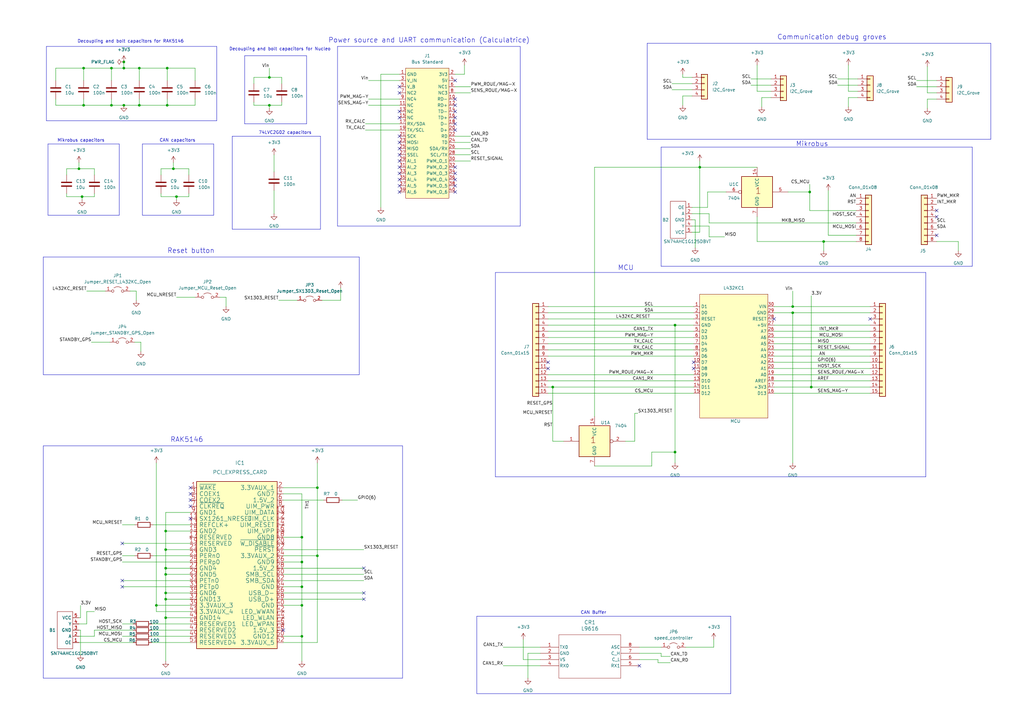
<source format=kicad_sch>
(kicad_sch (version 20230121) (generator eeschema)
  (paper "A3")
  (junction (at 33.655 80.645))
  (junction (at 287.02 68.58))
  (junction (at 226.695 158.75))
  (junction (at 123.825 220.345))
  (junction (at 276.86 185.42))
  (junction (at 325.12 125.73))
  (junction (at 123.825 240.665))
  (junction (at 110.49 31.75))
  (junction (at 67.945 235.585))
  (junction (at 68.58 43.18))
  (junction (at 72.39 80.645))
  (junction (at 34.29 27.94))
  (junction (at 276.86 133.35))
  (junction (at 67.945 253.365))
  (junction (at 32.385 69.215))
  (junction (at 67.945 233.045))
  (junction (at 123.825 248.285))
  (junction (at 57.15 43.18))
  (junction (at 45.72 27.94))
  (junction (at 57.15 27.94))
  (junction (at 337.82 99.06))
  (junction (at 67.945 225.425))
  (junction (at 67.945 243.205))
  (junction (at 45.72 43.18))
  (junction (at 130.175 200.025))
  (junction (at 71.12 69.215))
  (junction (at 67.945 245.745))
  (junction (at 68.58 27.94))
  (junction (at 50.8 25.4))
  (junction (at 50.8 43.18))
  (junction (at 123.825 260.985))
  (junction (at 67.945 217.805))
  (junction (at 130.175 227.965))
  (junction (at 34.29 43.18))
  (junction (at 332.105 78.74))
  (junction (at 50.8 27.94))
  (junction (at 123.825 230.505))
  (junction (at 325.12 128.27))
  (junction (at 64.135 248.285))
  (junction (at 332.74 158.75))
  (junction (at 110.49 43.18))
  (no_connect (at 186.69 71.12))
  (no_connect (at 186.69 53.34))
  (no_connect (at 163.83 68.58))
  (no_connect (at 116.205 258.445))
  (no_connect (at 262.255 273.05))
  (no_connect (at 163.83 38.1))
  (no_connect (at 186.69 78.74))
  (no_connect (at 186.69 76.2))
  (no_connect (at 163.83 35.56))
  (no_connect (at 50.165 240.665))
  (no_connect (at 186.69 68.58))
  (no_connect (at 163.83 73.66))
  (no_connect (at 186.69 45.72))
  (no_connect (at 384.175 96.52))
  (no_connect (at 163.83 63.5))
  (no_connect (at 78.105 205.105))
  (no_connect (at 356.87 130.81))
  (no_connect (at 163.83 48.26))
  (no_connect (at 149.225 233.045))
  (no_connect (at 384.175 88.9))
  (no_connect (at 78.105 202.565))
  (no_connect (at 50.165 238.125))
  (no_connect (at 163.83 58.42))
  (no_connect (at 224.79 148.59))
  (no_connect (at 163.83 66.04))
  (no_connect (at 317.5 130.81))
  (no_connect (at 284.48 151.13))
  (no_connect (at 163.83 71.12))
  (no_connect (at 384.175 86.36))
  (no_connect (at 163.83 45.72))
  (no_connect (at 163.83 76.2))
  (no_connect (at 149.225 245.745))
  (no_connect (at 224.79 151.13))
  (no_connect (at 163.83 55.88))
  (no_connect (at 149.225 243.205))
  (no_connect (at 186.69 48.26))
  (no_connect (at 163.83 60.96))
  (no_connect (at 163.83 78.74))
  (no_connect (at 186.69 43.18))
  (no_connect (at 78.105 207.645))
  (no_connect (at 78.105 212.725))
  (no_connect (at 50.165 222.885))
  (no_connect (at 186.69 33.02))
  (no_connect (at 284.48 148.59))
  (no_connect (at 78.105 200.025))
  (no_connect (at 186.69 73.66))
  (no_connect (at 186.69 40.64))
  (no_connect (at 186.69 50.8))
  (wire (pts (xy 186.69 30.48) (xy 190.5 30.48)))
  (wire (pts (xy 67.945 210.185) (xy 78.105 210.185)))
  (wire (pts (xy 290.83 91.44) (xy 351.155 91.44)))
  (wire (pts (xy 78.105 250.825) (xy 64.135 250.825)))
  (wire (pts (xy 267.335 185.42) (xy 276.86 185.42)))
  (wire (pts (xy 310.515 37.465) (xy 316.23 37.465)))
  (wire (pts (xy 224.79 135.89) (xy 284.48 135.89)))
  (wire (pts (xy 130.175 200.025) (xy 130.175 227.965)))
  (polyline (pts (xy 87.63 88.265) (xy 58.42 88.265)))
  (wire (pts (xy 66.04 80.645) (xy 72.39 80.645)))
  (wire (pts (xy 271.145 269.24) (xy 271.145 267.97)))
  (wire (pts (xy 45.72 40.64) (xy 45.72 43.18)))
  (wire (pts (xy 32.385 260.985) (xy 38.735 260.985)))
  (wire (pts (xy 64.135 189.865) (xy 64.135 248.285)))
  (wire (pts (xy 214.63 270.51) (xy 221.615 270.51)))
  (polyline (pts (xy 19.05 19.05) (xy 19.05 49.53)))
  (wire (pts (xy 297.815 78.74) (xy 290.195 78.74)))
  (polyline (pts (xy 406.4 57.15) (xy 265.43 57.15)))
  (wire (pts (xy 112.395 63.5) (xy 112.395 70.485)))
  (wire (pts (xy 50.165 240.665) (xy 78.105 240.665)))
  (wire (pts (xy 287.02 68.58) (xy 310.515 68.58)))
  (wire (pts (xy 77.47 69.215) (xy 77.47 71.755)))
  (wire (pts (xy 67.945 245.745) (xy 78.105 245.745)))
  (polyline (pts (xy 265.43 17.78) (xy 265.43 57.15)))
  (wire (pts (xy 67.945 245.745) (xy 67.945 243.205)))
  (wire (pts (xy 110.49 43.18) (xy 115.57 43.18)))
  (wire (pts (xy 45.72 27.94) (xy 45.72 33.02)))
  (wire (pts (xy 221.615 267.97) (xy 216.535 267.97)))
  (wire (pts (xy 132.08 123.19) (xy 139.7 123.19)))
  (wire (pts (xy 343.535 34.925) (xy 351.79 34.925)))
  (wire (pts (xy 104.14 43.18) (xy 110.49 43.18)))
  (wire (pts (xy 287.02 68.58) (xy 287.02 66.04)))
  (wire (pts (xy 104.14 34.29) (xy 104.14 31.75)))
  (polyline (pts (xy 299.72 252.73) (xy 299.72 284.48)))
  (wire (pts (xy 35.56 250.825) (xy 38.735 250.825)))
  (wire (pts (xy 50.165 215.265) (xy 55.245 215.265)))
  (wire (pts (xy 116.205 233.045) (xy 149.225 233.045)))
  (wire (pts (xy 317.5 133.35) (xy 356.87 133.35)))
  (wire (pts (xy 50.165 230.505) (xy 78.105 230.505)))
  (polyline (pts (xy 58.42 59.055) (xy 87.63 59.055)))
  (wire (pts (xy 68.58 40.64) (xy 68.58 43.18)))
  (wire (pts (xy 267.335 191.135) (xy 267.335 185.42)))
  (wire (pts (xy 38.735 80.645) (xy 38.735 79.375)))
  (wire (pts (xy 151.13 33.02) (xy 163.83 33.02)))
  (wire (pts (xy 123.825 260.985) (xy 123.825 248.285)))
  (wire (pts (xy 292.735 265.43) (xy 281.305 265.43)))
  (polyline (pts (xy 195.58 252.73) (xy 299.72 252.73)))
  (wire (pts (xy 67.945 243.205) (xy 78.105 243.205)))
  (wire (pts (xy 32.385 258.445) (xy 33.02 258.445)))
  (wire (pts (xy 325.12 125.73) (xy 356.87 125.73)))
  (wire (pts (xy 310.515 37.465) (xy 310.515 26.67)))
  (wire (pts (xy 310.515 99.06) (xy 337.82 99.06)))
  (wire (pts (xy 123.825 260.985) (xy 116.205 260.985)))
  (wire (pts (xy 343.535 32.385) (xy 351.79 32.385)))
  (wire (pts (xy 22.86 40.64) (xy 22.86 43.18)))
  (polyline (pts (xy 379.73 111.76) (xy 379.73 195.58)))
  (wire (pts (xy 50.165 222.885) (xy 78.105 222.885)))
  (wire (pts (xy 332.74 158.75) (xy 356.87 158.75)))
  (wire (pts (xy 224.79 146.05) (xy 284.48 146.05)))
  (polyline (pts (xy 138.43 19.05) (xy 213.36 19.05)))
  (wire (pts (xy 190.5 30.48) (xy 190.5 26.67)))
  (wire (pts (xy 35.56 119.38) (xy 43.18 119.38)))
  (wire (pts (xy 50.165 227.965) (xy 55.245 227.965)))
  (wire (pts (xy 27.305 80.645) (xy 33.655 80.645)))
  (wire (pts (xy 317.5 135.89) (xy 356.87 135.89)))
  (wire (pts (xy 67.945 217.805) (xy 67.945 210.185)))
  (polyline (pts (xy 203.2 111.76) (xy 203.2 195.58)))
  (wire (pts (xy 384.175 99.06) (xy 393.065 99.06)))
  (wire (pts (xy 50.165 260.985) (xy 54.61 260.985)))
  (wire (pts (xy 38.735 69.215) (xy 38.735 71.755)))
  (wire (pts (xy 38.735 260.985) (xy 38.735 258.445)))
  (wire (pts (xy 130.175 263.525) (xy 116.205 263.525)))
  (wire (pts (xy 317.5 140.97) (xy 356.87 140.97)))
  (wire (pts (xy 57.785 144.145) (xy 57.785 140.335)))
  (wire (pts (xy 57.785 140.335) (xy 55.245 140.335)))
  (wire (pts (xy 67.945 233.045) (xy 67.945 225.425)))
  (wire (pts (xy 224.79 158.75) (xy 226.695 158.75)))
  (wire (pts (xy 325.12 128.27) (xy 317.5 128.27)))
  (wire (pts (xy 206.375 273.05) (xy 221.615 273.05)))
  (wire (pts (xy 67.945 225.425) (xy 78.105 225.425)))
  (wire (pts (xy 67.945 235.585) (xy 67.945 233.045)))
  (wire (pts (xy 283.845 85.09) (xy 290.195 85.09)))
  (polyline (pts (xy 213.36 19.05) (xy 213.36 92.71)))
  (polyline (pts (xy 48.895 88.265) (xy 19.685 88.265)))
  (wire (pts (xy 27.305 69.215) (xy 32.385 69.215)))
  (wire (pts (xy 224.79 130.81) (xy 284.48 130.81)))
  (polyline (pts (xy 299.72 284.48) (xy 195.58 284.48)))
  (polyline (pts (xy 165.1 278.13) (xy 17.78 278.13)))
  (wire (pts (xy 243.84 68.58) (xy 287.02 68.58)))
  (wire (pts (xy 317.5 153.67) (xy 356.87 153.67)))
  (wire (pts (xy 384.175 38.1) (xy 380.365 38.1)))
  (wire (pts (xy 37.465 140.335) (xy 45.085 140.335)))
  (wire (pts (xy 290.83 92.71) (xy 283.845 92.71)))
  (wire (pts (xy 55.88 123.19) (xy 55.88 119.38)))
  (wire (pts (xy 224.79 138.43) (xy 284.48 138.43)))
  (wire (pts (xy 115.57 43.18) (xy 115.57 41.91)))
  (wire (pts (xy 151.13 40.64) (xy 163.83 40.64)))
  (wire (pts (xy 317.5 158.75) (xy 332.74 158.75)))
  (wire (pts (xy 307.975 32.385) (xy 316.23 32.385)))
  (polyline (pts (xy 88.9 49.53) (xy 19.05 49.53)))
  (wire (pts (xy 110.49 31.75) (xy 115.57 31.75)))
  (wire (pts (xy 62.23 260.985) (xy 78.105 260.985)))
  (wire (pts (xy 243.84 191.135) (xy 267.335 191.135)))
  (wire (pts (xy 337.82 99.06) (xy 337.82 102.87)))
  (wire (pts (xy 57.15 27.94) (xy 68.58 27.94)))
  (wire (pts (xy 316.23 40.005) (xy 312.42 40.005)))
  (wire (pts (xy 151.13 43.18) (xy 163.83 43.18)))
  (wire (pts (xy 317.5 148.59) (xy 356.87 148.59)))
  (wire (pts (xy 274.955 269.24) (xy 271.145 269.24)))
  (polyline (pts (xy 17.78 105.41) (xy 17.78 153.67)))
  (wire (pts (xy 216.535 267.97) (xy 216.535 278.13)))
  (wire (pts (xy 261.62 169.545) (xy 260.35 169.545)))
  (wire (pts (xy 139.7 118.11) (xy 139.7 123.19)))
  (wire (pts (xy 284.48 133.35) (xy 276.86 133.35)))
  (wire (pts (xy 256.54 180.975) (xy 260.35 180.975)))
  (wire (pts (xy 57.15 40.64) (xy 57.15 43.18)))
  (wire (pts (xy 67.945 217.805) (xy 78.105 217.805)))
  (wire (pts (xy 283.845 31.75) (xy 280.035 31.75)))
  (wire (pts (xy 33.02 258.445) (xy 33.02 268.605)))
  (wire (pts (xy 72.39 80.645) (xy 72.39 81.915)))
  (wire (pts (xy 66.04 69.215) (xy 71.12 69.215)))
  (wire (pts (xy 317.5 161.29) (xy 356.87 161.29)))
  (wire (pts (xy 114.3 123.19) (xy 121.92 123.19)))
  (wire (pts (xy 71.12 66.675) (xy 71.12 69.215)))
  (wire (pts (xy 116.205 245.745) (xy 149.225 245.745)))
  (polyline (pts (xy 213.36 92.71) (xy 138.43 92.71)))
  (wire (pts (xy 186.69 60.96) (xy 193.04 60.96)))
  (wire (pts (xy 156.21 30.48) (xy 156.21 85.09)))
  (wire (pts (xy 80.01 43.18) (xy 80.01 40.64)))
  (polyline (pts (xy 131.445 93.98) (xy 95.25 93.98)))
  (wire (pts (xy 312.42 40.005) (xy 312.42 43.815)))
  (wire (pts (xy 339.725 96.52) (xy 351.155 96.52)))
  (wire (pts (xy 32.385 263.525) (xy 54.61 263.525)))
  (wire (pts (xy 34.29 40.64) (xy 34.29 43.18)))
  (wire (pts (xy 123.825 230.505) (xy 123.825 220.345)))
  (wire (pts (xy 283.845 95.25) (xy 287.02 95.25)))
  (wire (pts (xy 325.12 119.38) (xy 325.12 125.73)))
  (wire (pts (xy 123.825 240.665) (xy 116.205 240.665)))
  (wire (pts (xy 260.35 169.545) (xy 260.35 180.975)))
  (wire (pts (xy 290.83 87.63) (xy 283.845 87.63)))
  (wire (pts (xy 130.175 227.965) (xy 130.175 263.525)))
  (wire (pts (xy 276.86 185.42) (xy 276.86 189.865)))
  (wire (pts (xy 351.79 40.005) (xy 347.98 40.005)))
  (wire (pts (xy 116.205 205.105) (xy 132.715 205.105)))
  (wire (pts (xy 68.58 43.18) (xy 80.01 43.18)))
  (wire (pts (xy 224.79 125.73) (xy 284.48 125.73)))
  (wire (pts (xy 290.83 97.155) (xy 297.18 97.155)))
  (wire (pts (xy 347.98 37.465) (xy 347.98 26.67)))
  (polyline (pts (xy 398.78 109.22) (xy 271.145 109.22)))
  (wire (pts (xy 68.58 27.94) (xy 68.58 33.02)))
  (polyline (pts (xy 131.445 55.88) (xy 131.445 93.98)))
  (wire (pts (xy 22.86 27.94) (xy 22.86 33.02)))
  (wire (pts (xy 50.8 27.94) (xy 45.72 27.94)))
  (wire (pts (xy 123.825 240.665) (xy 123.825 230.505)))
  (wire (pts (xy 45.72 27.94) (xy 34.29 27.94)))
  (wire (pts (xy 72.39 121.92) (xy 80.01 121.92)))
  (wire (pts (xy 32.385 69.215) (xy 38.735 69.215)))
  (wire (pts (xy 92.71 121.92) (xy 90.17 121.92)))
  (polyline (pts (xy 100.33 22.86) (xy 125.73 22.86)))
  (wire (pts (xy 140.335 205.105) (xy 146.685 205.105)))
  (wire (pts (xy 193.04 38.1) (xy 186.69 38.1)))
  (wire (pts (xy 380.365 40.64) (xy 380.365 44.45)))
  (wire (pts (xy 66.04 79.375) (xy 66.04 80.645)))
  (polyline (pts (xy 138.43 19.05) (xy 138.43 92.71)))
  (wire (pts (xy 104.14 31.75) (xy 110.49 31.75)))
  (wire (pts (xy 323.215 78.74) (xy 332.105 78.74)))
  (wire (pts (xy 33.655 80.645) (xy 33.655 81.915)))
  (polyline (pts (xy 87.63 59.055) (xy 87.63 88.265)))
  (wire (pts (xy 280.035 39.37) (xy 280.035 43.18)))
  (wire (pts (xy 226.695 158.75) (xy 284.48 158.75)))
  (wire (pts (xy 22.86 43.18) (xy 34.29 43.18)))
  (polyline (pts (xy 88.9 19.05) (xy 88.9 49.53)))
  (wire (pts (xy 50.8 27.94) (xy 57.15 27.94)))
  (wire (pts (xy 380.365 38.1) (xy 380.365 27.305)))
  (polyline (pts (xy 379.73 195.58) (xy 203.2 195.58)))
  (wire (pts (xy 317.5 156.21) (xy 356.87 156.21)))
  (wire (pts (xy 38.735 258.445) (xy 54.61 258.445)))
  (wire (pts (xy 186.69 63.5) (xy 193.04 63.5)))
  (polyline (pts (xy 398.78 60.325) (xy 398.78 109.22)))
  (wire (pts (xy 275.59 34.29) (xy 283.845 34.29)))
  (wire (pts (xy 123.825 248.285) (xy 116.205 248.285)))
  (wire (pts (xy 351.155 99.06) (xy 337.82 99.06)))
  (wire (pts (xy 67.945 233.045) (xy 78.105 233.045)))
  (polyline (pts (xy 265.43 17.78) (xy 406.4 17.78)))
  (wire (pts (xy 130.175 200.025) (xy 116.205 200.025)))
  (wire (pts (xy 67.945 253.365) (xy 78.105 253.365)))
  (wire (pts (xy 110.49 43.18) (xy 110.49 44.45)))
  (wire (pts (xy 332.74 121.285) (xy 332.74 158.75)))
  (wire (pts (xy 317.5 125.73) (xy 325.12 125.73)))
  (wire (pts (xy 283.845 90.17) (xy 285.115 90.17)))
  (wire (pts (xy 275.59 36.83) (xy 283.845 36.83)))
  (wire (pts (xy 34.29 27.94) (xy 34.29 33.02)))
  (wire (pts (xy 214.63 262.255) (xy 214.63 270.51)))
  (wire (pts (xy 224.79 143.51) (xy 284.48 143.51)))
  (wire (pts (xy 57.15 43.18) (xy 68.58 43.18)))
  (wire (pts (xy 50.165 255.905) (xy 54.61 255.905)))
  (wire (pts (xy 116.205 238.125) (xy 149.225 238.125)))
  (wire (pts (xy 224.79 133.35) (xy 276.86 133.35)))
  (wire (pts (xy 67.945 271.145) (xy 67.945 253.365)))
  (wire (pts (xy 262.255 265.43) (xy 271.145 265.43)))
  (wire (pts (xy 269.875 270.51) (xy 262.255 270.51)))
  (wire (pts (xy 32.385 255.905) (xy 35.56 255.905)))
  (wire (pts (xy 393.065 99.06) (xy 393.065 102.87)))
  (wire (pts (xy 149.86 50.8) (xy 163.83 50.8)))
  (wire (pts (xy 307.975 34.925) (xy 316.23 34.925)))
  (polyline (pts (xy 95.25 55.88) (xy 131.445 55.88)))
  (wire (pts (xy 123.825 220.345) (xy 116.205 220.345)))
  (wire (pts (xy 224.79 140.97) (xy 284.48 140.97)))
  (wire (pts (xy 317.5 151.13) (xy 356.87 151.13)))
  (wire (pts (xy 34.29 43.18) (xy 45.72 43.18)))
  (wire (pts (xy 226.695 180.975) (xy 231.14 180.975)))
  (wire (pts (xy 123.825 202.565) (xy 116.205 202.565)))
  (polyline (pts (xy 271.145 60.325) (xy 271.145 109.22)))
  (wire (pts (xy 325.12 128.27) (xy 356.87 128.27)))
  (wire (pts (xy 55.88 119.38) (xy 53.34 119.38)))
  (wire (pts (xy 62.23 263.525) (xy 78.105 263.525)))
  (polyline (pts (xy 147.32 105.41) (xy 147.32 153.67)))
  (wire (pts (xy 123.825 220.345) (xy 123.825 202.565)))
  (wire (pts (xy 276.86 133.35) (xy 276.86 185.42)))
  (wire (pts (xy 130.175 227.965) (xy 116.205 227.965)))
  (wire (pts (xy 290.83 91.44) (xy 290.83 87.63)))
  (wire (pts (xy 50.8 43.18) (xy 57.15 43.18)))
  (wire (pts (xy 67.945 243.205) (xy 67.945 235.585)))
  (wire (pts (xy 33.02 253.365) (xy 32.385 253.365)))
  (wire (pts (xy 45.72 43.18) (xy 50.8 43.18)))
  (wire (pts (xy 116.205 235.585) (xy 149.225 235.585)))
  (wire (pts (xy 62.865 227.965) (xy 78.105 227.965)))
  (wire (pts (xy 64.135 248.285) (xy 78.105 248.285)))
  (wire (pts (xy 32.385 66.675) (xy 32.385 69.215)))
  (polyline (pts (xy 195.58 252.73) (xy 195.58 284.48)))
  (wire (pts (xy 80.01 27.94) (xy 80.01 33.02)))
  (wire (pts (xy 224.79 153.67) (xy 284.48 153.67)))
  (polyline (pts (xy 19.685 59.055) (xy 48.895 59.055)))
  (wire (pts (xy 274.955 271.78) (xy 269.875 271.78)))
  (wire (pts (xy 62.23 258.445) (xy 78.105 258.445)))
  (wire (pts (xy 33.655 80.645) (xy 38.735 80.645)))
  (wire (pts (xy 290.83 97.155) (xy 290.83 92.71)))
  (wire (pts (xy 104.14 41.91) (xy 104.14 43.18)))
  (wire (pts (xy 317.5 138.43) (xy 356.87 138.43)))
  (wire (pts (xy 110.49 27.94) (xy 110.49 31.75)))
  (wire (pts (xy 123.825 248.285) (xy 123.825 240.665)))
  (wire (pts (xy 243.84 170.815) (xy 243.84 68.58)))
  (wire (pts (xy 186.69 55.88) (xy 193.04 55.88)))
  (polyline (pts (xy 95.25 55.88) (xy 95.25 93.98)))
  (wire (pts (xy 193.04 35.56) (xy 186.69 35.56)))
  (wire (pts (xy 224.79 156.21) (xy 284.48 156.21)))
  (wire (pts (xy 33.02 248.285) (xy 33.02 253.365)))
  (polyline (pts (xy 58.42 59.055) (xy 58.42 88.265)))
  (wire (pts (xy 57.15 27.94) (xy 57.15 33.02)))
  (wire (pts (xy 35.56 255.905) (xy 35.56 250.825)))
  (wire (pts (xy 34.29 27.94) (xy 22.86 27.94)))
  (wire (pts (xy 72.39 80.645) (xy 77.47 80.645)))
  (wire (pts (xy 27.305 71.755) (xy 27.305 69.215)))
  (wire (pts (xy 67.945 253.365) (xy 67.945 245.745)))
  (polyline (pts (xy 203.2 111.76) (xy 379.73 111.76)))
  (wire (pts (xy 283.845 39.37) (xy 280.035 39.37)))
  (wire (pts (xy 375.92 33.02) (xy 384.175 33.02)))
  (wire (pts (xy 123.825 271.145) (xy 123.825 260.985)))
  (wire (pts (xy 280.035 31.75) (xy 280.035 30.48)))
  (polyline (pts (xy 271.145 60.325) (xy 398.78 60.325)))
  (wire (pts (xy 224.79 128.27) (xy 284.48 128.27)))
  (polyline (pts (xy 406.4 17.78) (xy 406.4 57.15)))
  (polyline (pts (xy 17.78 105.41) (xy 147.32 105.41)))
  (wire (pts (xy 92.71 125.73) (xy 92.71 121.92)))
  (wire (pts (xy 62.23 255.905) (xy 78.105 255.905)))
  (wire (pts (xy 71.12 69.215) (xy 77.47 69.215)))
  (wire (pts (xy 285.115 90.17) (xy 285.115 101.6)))
  (polyline (pts (xy 19.685 59.055) (xy 19.685 88.265)))
  (wire (pts (xy 64.135 250.825) (xy 64.135 248.285)))
  (polyline (pts (xy 100.33 22.86) (xy 100.33 50.8)))
  (wire (pts (xy 375.92 35.56) (xy 384.175 35.56)))
  (wire (pts (xy 115.57 31.75) (xy 115.57 34.29)))
  (wire (pts (xy 50.165 238.125) (xy 78.105 238.125)))
  (wire (pts (xy 116.205 243.205) (xy 149.225 243.205)))
  (wire (pts (xy 130.175 189.865) (xy 130.175 200.025)))
  (wire (pts (xy 351.79 37.465) (xy 347.98 37.465)))
  (wire (pts (xy 287.02 95.25) (xy 287.02 68.58)))
  (wire (pts (xy 206.375 265.43) (xy 221.615 265.43)))
  (wire (pts (xy 292.735 262.255) (xy 292.735 265.43)))
  (wire (pts (xy 68.58 27.94) (xy 80.01 27.94)))
  (polyline (pts (xy 48.895 59.055) (xy 48.895 88.265)))
  (wire (pts (xy 226.695 158.75) (xy 226.695 180.975)))
  (wire (pts (xy 317.5 143.51) (xy 356.87 143.51)))
  (wire (pts (xy 271.145 267.97) (xy 262.255 267.97)))
  (wire (pts (xy 384.175 40.64) (xy 380.365 40.64)))
  (polyline (pts (xy 17.78 182.88) (xy 17.78 278.13)))
  (wire (pts (xy 77.47 80.645) (xy 77.47 79.375)))
  (wire (pts (xy 149.86 53.34) (xy 163.83 53.34)))
  (wire (pts (xy 290.195 78.74) (xy 290.195 85.09)))
  (wire (pts (xy 186.69 66.04) (xy 193.04 66.04)))
  (wire (pts (xy 67.945 225.425) (xy 67.945 217.805)))
  (wire (pts (xy 62.865 215.265) (xy 78.105 215.265)))
  (wire (pts (xy 116.205 225.425) (xy 149.225 225.425)))
  (wire (pts (xy 66.04 71.755) (xy 66.04 69.215)))
  (polyline (pts (xy 165.1 182.88) (xy 165.1 278.13)))
  (wire (pts (xy 310.515 88.9) (xy 310.515 99.06)))
  (polyline (pts (xy 19.05 19.05) (xy 88.9 19.05)))
  (polyline (pts (xy 147.32 153.67) (xy 17.78 153.67)))
  (wire (pts (xy 67.945 235.585) (xy 78.105 235.585)))
  (wire (pts (xy 269.875 271.78) (xy 269.875 270.51)))
  (wire (pts (xy 112.395 78.105) (xy 112.395 87.63)))
  (wire (pts (xy 163.83 30.48) (xy 156.21 30.48)))
  (polyline (pts (xy 125.73 22.86) (xy 125.73 50.8)))
  (wire (pts (xy 325.12 128.27) (xy 325.12 189.865)))
  (wire (pts (xy 186.69 58.42) (xy 193.04 58.42)))
  (wire (pts (xy 332.105 86.36) (xy 351.155 86.36)))
  (polyline (pts (xy 17.78 182.88) (xy 165.1 182.88)))
  (polyline (pts (xy 125.73 50.8) (xy 100.33 50.8)))
  (wire (pts (xy 317.5 146.05) (xy 356.87 146.05)))
  (wire (pts (xy 123.825 230.505) (xy 116.205 230.505)))
  (wire (pts (xy 27.305 79.375) (xy 27.305 80.645)))
  (wire (pts (xy 347.98 40.005) (xy 347.98 43.815)))
  (wire (pts (xy 50.8 25.4) (xy 50.8 27.94)))
  (wire (pts (xy 339.725 78.105) (xy 339.725 96.52)))
  (wire (pts (xy 224.79 161.29) (xy 284.48 161.29)))
  (wire (pts (xy 332.105 75.565) (xy 332.105 78.74)))
  (wire (pts (xy 332.105 78.74) (xy 332.105 86.36)))
  (text "74LVC2G02 capacitors" (at 106.045 55.245 0) (effects (font (size 1.27 1.27)) (justify left bottom)))
  (text "Power source and UART communication (Calculatrice)" (at 134.62 17.78 0) (effects (font (size 2 2)) (justify left bottom)))
  (text "Decoupling and bolt capacitors for Nucleo\n" (at 93.98 20.955 0) (effects (font (size 1.27 1.27)) (justify left bottom)))
  (text "RAK5146\n" (at 69.85 181.61 0) (effects (font (size 2 2)) (justify left bottom)))
  (text "Mikrobus capacitors" (at 23.495 58.42 0) (effects (font (size 1.27 1.27)) (justify left bottom)))
  (text "Communication debug groves" (at 318.77 16.51 0) (effects (font (size 2 2)) (justify left bottom)))
  (text "Mikrobus" (at 326.39 60.325 0) (effects (font (size 2 2)) (justify left bottom)))
  (text "MCU" (at 253.365 111.125 0) (effects (font (size 2 2)) (justify left bottom)))
  (text "CAN Buffer\n" (at 238.125 252.095 0) (effects (font (size 1.27 1.27)) (justify left bottom)))
  (text "Decoupling and bolt capacitors for RAK5146" (at 31.75 17.78 0) (effects (font (size 1.27 1.27)) (justify left bottom)))
  (text "CAN capacitors" (at 65.405 58.42 0) (effects (font (size 1.27 1.27)) (justify left bottom)))
  (text "Reset button\n" (at 68.58 104.14 0) (effects (font (size 2 2)) (justify left bottom)))
  (label "TX_CALC" (at 267.97 140.97 180))
  (label "HOST_SCK" (at 335.28 151.13 0))
  (label "STANDBY_GPS" (at 50.165 230.505 180))
  (label "SENS_MAG-Y" (at 335.28 161.29 0))
  (label "SDA" (at 275.59 36.83 180))
  (label "AREF" (at 335.28 156.21 0))
  (label "TX_CALC" (at 149.86 53.34 180))
  (label "RESET_GPS" (at 50.165 227.965 180))
  (label "CAN_TD" (at 193.04 58.42 0))
  (label "CAN1_TX" (at 267.97 135.89 180))
  (label "RST" (at 351.155 83.82 180))
  (label "AN" (at 335.915 146.05 0))
  (label "MCU_NRESET" (at 50.165 215.265 180))
  (label "PWM_ROUE{slash}MAG-X" (at 267.97 153.67 180))
  (label "RESET_GPS" (at 226.695 166.37 180))
  (label "SCL" (at 193.04 63.5 0))
  (label "PWM_MKR" (at 267.97 146.05 180))
  (label "HOST_SCK" (at 351.155 88.9 180))
  (label "CAN1_TX" (at 206.375 265.43 180))
  (label "RESET_SIGNAL" (at 335.28 143.51 0))
  (label "CAN1_RX" (at 267.97 156.21 180))
  (label "MCU_NRESET" (at 72.39 121.92 180))
  (label "RX_CALC" (at 267.97 143.51 180))
  (label "PWM_MAG-Y" (at 267.97 138.43 180))
  (label "CS_MCU" (at 267.97 161.29 180))
  (label "SCL" (at 343.535 32.385 180))
  (label "SX1303_RESET" (at 114.3 123.19 180))
  (label "L432KC_RESET" (at 35.56 119.38 180))
  (label "SCL" (at 384.175 91.44 0))
  (label "RX_CALC" (at 149.86 50.8 180))
  (label "MCU_NRESET" (at 226.695 170.18 180))
  (label "SCL" (at 307.975 32.385 180))
  (label "MCU_MOSI" (at 335.915 138.43 0))
  (label "PWM_ROUE{slash}MAG-X" (at 193.04 35.56 0))
  (label "3.3V" (at 332.74 121.285 0))
  (label "HOST_SCK" (at 50.165 255.905 180))
  (label "CS_MCU" (at 50.165 263.525 180))
  (label "3.3V" (at 33.02 248.285 0))
  (label "MKB_MISO" (at 330.2 91.44 180))
  (label "SX1303_RESET" (at 149.225 225.425 0))
  (label "SENS_MAG-Y" (at 151.13 43.18 180))
  (label "MISO" (at 38.735 250.825 0))
  (label "SDA" (at 267.97 128.27 180))
  (label "SENS_ROUE{slash}MAG-X" (at 335.28 153.67 0))
  (label "SCL" (at 375.92 33.02 180))
  (label "SDA" (at 384.175 93.98 0))
  (label "PWM_MKR" (at 384.175 81.28 0))
  (label "Vin" (at 325.12 119.38 180))
  (label "MISO" (at 335.28 140.97 0))
  (label "Vin" (at 151.13 33.02 180))
  (label "GPIO(6)" (at 335.28 148.59 0))
  (label "SCL" (at 149.225 235.585 0))
  (label "STANDBY_GPS" (at 37.465 140.335 180))
  (label "SDA" (at 343.535 34.925 180))
  (label "SDA" (at 149.225 238.125 0))
  (label "CAN1_RX" (at 206.375 273.05 180))
  (label "CAN_TD" (at 274.955 269.24 0))
  (label "SDA" (at 193.04 60.96 0))
  (label "AN" (at 351.155 81.28 180))
  (label "CAN_RD" (at 274.955 271.78 0))
  (label "MCU_MOSI" (at 50.165 260.985 180))
  (label "SDA" (at 375.92 35.56 180))
  (label "TH1" (at 127 205.105 270))
  (label "INT_MKR" (at 384.175 83.82 0))
  (label "Vin" (at 110.49 27.94 180))
  (label "MCU_MOSI" (at 351.155 93.98 180))
  (label "PWM_MAG-Y" (at 151.13 40.64 180))
  (label "HOST_MISO" (at 50.165 258.445 180))
  (label "L432KC_RESET" (at 266.7 130.81 180))
  (label "SDA" (at 307.975 34.925 180))
  (label "CAN_RD" (at 193.04 55.88 0))
  (label "INT_MKR" (at 335.915 135.89 0))
  (label "RESET_SIGNAL" (at 193.04 66.04 0))
  (label "SCL" (at 267.97 125.73 180))
  (label "GPIO(6)" (at 146.685 205.105 0))
  (label "RST" (at 226.695 175.26 180))
  (label "SCL" (at 275.59 34.29 180))
  (label "MISO" (at 297.18 97.155 0))
  (label "CS_MCU" (at 332.105 75.565 180))
  (label "SX1303_RESET" (at 261.62 169.545 0))
  (label "SENS_ROUE{slash}MAG-X" (at 193.04 38.1 0))
  (symbol (lib_id "Connector_Generic:Conn_01x04") (at 356.87 34.925 0) (unit 1)
    (property "Reference" "J8" (at 359.41 34.925 0) (effects (justify left)))
    (property "Value" "I2C_Grove" (at 359.41 37.465 0) (effects (justify left)))
    (property "Footprint" "Connector:NS-Tech_Grove_1x04_P2mm_Vertical" (effects hide))
  )
  (symbol (lib_id "power:+3.3V") (at 292.735 262.255 0) (unit 1)
    (property "Reference" "#PWR030" (effects hide))
    (property "Value" "+3.3V" (at 292.735 257.175 0))
  )
  (symbol (lib_id "power:GND") (at 285.115 101.6 0) (unit 1)
    (property "Reference" "#PWR023" (effects hide))
    (property "Value" "GND" (at 285.115 106.68 0))
  )
  (symbol (lib_id "power:+3.3V") (at 287.02 66.04 0) (unit 1)
    (property "Reference" "#PWR014" (effects hide))
    (property "Value" "+3.3V" (at 281.94 62.865 0))
  )
  (symbol (lib_id "SN74AHC1:SN74AHC1") (at 274.955 82.55 0) (unit 1)
    (property "Reference" "B2" (at 274.32 90.17 0) (effects (justify right)))
    (property "Value" "SN74AHC1G125DBVT" (at 281.94 99.06 0))
    (property "Footprint" "Package_SO:TSOP-5_1.65x3.05mm_P0.95mm" (effects hide))
  )
  (symbol (lib_id "Device:C") (at 115.57 38.1 0) (unit 1)
    (property "Reference" "C8" (at 119.38 36.83 0) (effects (justify left)))
    (property "Value" "100n" (at 119.38 39.37 0) (effects (justify left)))
    (property "Footprint" "Capacitor_SMD:C_0805_2012Metric" (effects hide))
  )
  (symbol (lib_id "power:GND") (at 280.035 43.18 0) (unit 1)
    (property "Reference" "#PWR019" (effects hide))
    (property "Value" "GND" (at 280.035 48.26 0))
  )
  (symbol (lib_id "Device:C") (at 22.86 36.83 0) (unit 1)
    (property "Reference" "C1" (at 26.67 35.5599 0) (effects (justify left)))
    (property "Value" "10u" (at 26.67 38.0999 0) (effects (justify left)))
    (property "Footprint" "Capacitor_SMD:C_0805_2012Metric" (effects hide))
  )
  (symbol (lib_id "power:+3.3V") (at 71.12 66.675 0) (unit 1)
    (property "Reference" "#PWR027" (effects hide))
    (property "Value" "+3.3V" (at 71.12 61.595 0))
  )
  (symbol (lib_id "power:+3.3V") (at 139.7 118.11 0) (unit 1)
    (property "Reference" "#PWR03" (effects hide))
    (property "Value" "+3.3V" (effects hide))
  )
  (symbol (lib_id "Device:C") (at 68.58 36.83 0) (unit 1)
    (property "Reference" "C5" (at 72.39 35.56 0) (effects (justify left)))
    (property "Value" "100n" (at 72.39 38.1 0) (effects (justify left)))
    (property "Footprint" "Capacitor_SMD:C_0805_2012Metric" (effects hide))
  )
  (symbol (lib_id "power:GND") (at 347.98 43.815 0) (unit 1)
    (property "Reference" "#PWR036" (effects hide))
    (property "Value" "GND" (at 347.98 48.895 0))
  )
  (symbol (lib_id "Device:R") (at 58.42 263.525 90) (unit 1)
    (property "Reference" "R6" (at 54.2635 262.6055 90))
    (property "Value" "100" (at 63.4825 262.6756 90))
    (property "Footprint" "Resistor_SMD:R_0805_2012Metric" (effects hide))
  )
  (symbol (lib_id "power:+3.3V") (at 64.135 189.865 0) (unit 1)
    (property "Reference" "#PWR05" (effects hide))
    (property "Value" "+3.3V" (at 64.135 184.785 0))
  )
  (symbol (lib_id "power:+3.3V") (at 50.8 25.4 0) (unit 1)
    (property "Reference" "#PWR01" (effects hide))
    (property "Value" "+3.3V" (at 50.8 20.32 0))
  )
  (symbol (lib_id "Device:C") (at 66.04 75.565 0) (unit 1)
    (property "Reference" "C9" (at 69.85 74.2949 0) (effects (justify left)))
    (property "Value" "10u" (at 69.85 76.8349 0) (effects (justify left)))
    (property "Footprint" "Capacitor_SMD:C_0805_2012Metric" (effects hide))
  )
  (symbol (lib_id "power:GND") (at 92.71 125.73 0) (unit 1)
    (property "Reference" "#PWR015" (effects hide))
    (property "Value" "GND" (at 92.71 130.81 0))
  )
  (symbol (lib_id "power:GND") (at 312.42 43.815 0) (unit 1)
    (property "Reference" "#PWR021" (effects hide))
    (property "Value" "GND" (at 312.42 48.895 0))
  )
  (symbol (lib_id "Device:R") (at 59.055 227.965 90) (unit 1)
    (property "Reference" "R2" (at 56.515 225.425 90))
    (property "Value" "0" (at 60.325 225.425 90))
    (property "Footprint" "Resistor_SMD:R_0805_2012Metric" (effects hide))
  )
  (symbol (lib_id "Device:R") (at 59.055 215.265 90) (unit 1)
    (property "Reference" "R1" (at 56.515 212.725 90))
    (property "Value" "0" (at 60.325 212.725 90))
    (property "Footprint" "Resistor_SMD:R_0805_2012Metric" (effects hide))
  )
  (symbol (lib_id "SN74AHC1:SN74AHC1") (at 23.495 266.065 0) (mirror x) (unit 1)
    (property "Reference" "B1" (at 22.86 258.445 0) (effects (justify right)))
    (property "Value" "SN74AHC1G125DBVT" (at 30.48 267.97 0))
    (property "Footprint" "Package_SO:TSOP-5_1.65x3.05mm_P0.95mm" (effects hide))
  )
  (symbol (lib_id "power:+3.3V") (at 280.035 30.48 0) (unit 1)
    (property "Reference" "#PWR018" (effects hide))
    (property "Value" "+3.3V" (at 280.035 25.4 0))
  )
  (symbol (lib_id "power:GND") (at 123.825 271.145 0) (unit 1)
    (property "Reference" "#PWR07" (effects hide))
    (property "Value" "GND" (at 123.825 276.225 0))
  )
  (symbol (lib_id "Device:C") (at 77.47 75.565 0) (unit 1)
    (property "Reference" "C10" (at 81.28 74.2949 0) (effects (justify left)))
    (property "Value" "100n" (at 81.28 76.8349 0) (effects (justify left)))
    (property "Footprint" "Capacitor_SMD:C_0805_2012Metric" (effects hide))
  )
  (symbol (lib_name "GND_1") (lib_id "power:GND") (at 325.12 189.865 0) (unit 1)
    (property "Reference" "#PWR024" (effects hide))
    (property "Value" "GND" (at 325.12 194.945 0))
  )
  (symbol (lib_id "Device:C") (at 104.14 38.1 0) (unit 1)
    (property "Reference" "C7" (at 107.95 36.83 0) (effects (justify left)))
    (property "Value" "10u" (at 107.95 39.37 0) (effects (justify left)))
    (property "Footprint" "Capacitor_SMD:C_0805_2012Metric" (effects hide))
  )
  (symbol (lib_id "power:+3.3V") (at 32.385 66.675 0) (unit 1)
    (property "Reference" "#PWR040" (effects hide))
    (property "Value" "+3.3V" (at 32.385 61.595 0))
  )
  (symbol (lib_id "power:GND") (at 72.39 81.915 0) (unit 1)
    (property "Reference" "#PWR026" (effects hide))
    (property "Value" "GND" (at 72.39 86.995 0))
  )
  (symbol (lib_id "power:+3.3V") (at 190.5 26.67 0) (unit 1)
    (property "Reference" "#PWR010" (effects hide))
    (property "Value" "+3.3V" (at 190.5 21.59 0))
  )
  (symbol (lib_id "power:+3.3V") (at 380.365 27.305 0) (unit 1)
    (property "Reference" "#PWR037" (effects hide))
    (property "Value" "+3.3V" (at 380.365 22.225 0))
  )
  (symbol (lib_id "power:GND") (at 216.535 278.13 0) (unit 1)
    (property "Reference" "#PWR029" (effects hide))
    (property "Value" "GND" (at 216.535 283.21 0))
  )
  (symbol (lib_id "Device:C") (at 57.15 36.83 0) (unit 1)
    (property "Reference" "C4" (at 60.96 35.56 0) (effects (justify left)))
    (property "Value" "100n" (at 60.96 38.1 0) (effects (justify left)))
    (property "Footprint" "Capacitor_SMD:C_0805_2012Metric" (effects hide))
  )
  (symbol (lib_id "power:+3.3V") (at 347.98 26.67 0) (unit 1)
    (property "Reference" "#PWR035" (effects hide))
    (property "Value" "+3.3V" (at 347.98 21.59 0))
  )
  (symbol (lib_id "power:GND") (at 57.785 144.145 0) (unit 1)
    (property "Reference" "#PWR013" (effects hide))
    (property "Value" "GND" (at 57.785 149.225 0))
  )
  (symbol (lib_id "Connector_Generic:Conn_01x04") (at 321.31 34.925 0) (unit 1)
    (property "Reference" "J3" (at 323.85 34.925 0) (effects (justify left)))
    (property "Value" "I2C_Grove" (at 323.85 37.465 0) (effects (justify left)))
    (property "Footprint" "Connector:NS-Tech_Grove_1x04_P2mm_Vertical" (effects hide))
  )
  (symbol (lib_id "power:+3.3V") (at 310.515 26.67 0) (unit 1)
    (property "Reference" "#PWR020" (effects hide))
    (property "Value" "+3.3V" (at 310.515 21.59 0))
  )
  (symbol (lib_id "Corecell_Intercon_Board:Flatsat_conn") (at 166.37 30.48 0) (unit 1)
    (property "Reference" "J1" (at 175.26 22.86 0))
    (property "Value" "Bus Standard" (at 175.26 25.4 0))
    (property "Footprint" "flatsat_conn:flatsat_conn" (effects hide))
  )
  (symbol (lib_name "GND_1") (lib_id "power:GND") (at 276.86 189.865 0) (unit 1)
    (property "Reference" "#PWR012" (effects hide))
    (property "Value" "GND" (at 276.86 194.945 0))
  )
  (symbol (lib_id "SX_Loracell:PCI_EXPRESS_CARD") (at 80.645 197.485 0) (unit 1)
    (property "Reference" "IC1" (at 98.425 189.865 0) (effects (font (size 1.524 1.524))))
    (property "Value" "PCI_EXPRESS_CARD" (at 98.425 193.675 0) (effects (font (size 1.524 1.524))))
    (property "Footprint" "Connector_PCBEdge:BUS_PCI_Express_Mini" (effects hide))
  )
  (symbol (lib_id "power:PWR_FLAG") (at 50.8 25.4 90) (unit 1)
    (property "Reference" "#FLG01" (effects hide))
    (property "Value" "PWR_FLAG" (at 46.99 25.3999 90) (effects (justify left)))
  )
  (symbol (lib_id "Device:C") (at 27.305 75.565 0) (unit 1)
    (property "Reference" "C13" (at 31.115 74.2949 0) (effects (justify left)))
    (property "Value" "10u" (at 31.115 76.8349 0) (effects (justify left)))
    (property "Footprint" "Capacitor_SMD:C_0805_2012Metric" (effects hide))
  )
  (symbol (lib_id "Connector_Generic:Conn_01x15") (at 361.95 143.51 0) (unit 1)
    (property "Reference" "J6" (at 364.49 142.24 0) (effects (justify left)))
    (property "Value" "Conn_01x15" (at 364.49 144.78 0) (effects (justify left)))
    (property "Footprint" "Connector_PinSocket_2.54mm:PinSocket_1x15_P2.54mm_Vertical" (effects hide))
  )
  (symbol (lib_id "power:+3.3V") (at 339.725 78.105 0) (unit 1)
    (property "Reference" "#PWR016" (effects hide))
    (property "Value" "+3.3V" (at 339.725 73.025 0))
  )
  (symbol (lib_id "Device:C") (at 38.735 75.565 0) (unit 1)
    (property "Reference" "C14" (at 42.545 74.2949 0) (effects (justify left)))
    (property "Value" "100n" (at 42.545 76.8349 0) (effects (justify left)))
    (property "Footprint" "Capacitor_SMD:C_0805_2012Metric" (effects hide))
  )
  (symbol (lib_id "power:GND") (at 337.82 102.87 0) (unit 1)
    (property "Reference" "#PWR017" (effects hide))
    (property "Value" "GND" (at 337.82 107.95 0))
  )
  (symbol (lib_id "Device:C") (at 45.72 36.83 0) (unit 1)
    (property "Reference" "C3" (at 49.53 35.5599 0) (effects (justify left)))
    (property "Value" "100n" (at 49.53 38.0999 0) (effects (justify left)))
    (property "Footprint" "Capacitor_SMD:C_0805_2012Metric" (effects hide))
  )
  (symbol (lib_id "Connector_Generic:Conn_01x08") (at 356.235 88.9 0) (unit 1)
    (property "Reference" "J4" (at 354.965 102.235 0) (effects (justify left)))
    (property "Value" "Conn_01x08" (at 347.98 76.835 0) (effects (justify left)))
    (property "Footprint" "Conn_mikro:MIkrobus_Connector" (effects hide))
  )
  (symbol (lib_id "Device:R") (at 58.42 260.985 90) (unit 1)
    (property "Reference" "R5" (at 54.2885 260.0862 90))
    (property "Value" "100" (at 63.3423 260.0115 90))
    (property "Footprint" "Resistor_SMD:R_0805_2012Metric" (effects hide))
  )
  (symbol (lib_id "Connector_Generic:Conn_01x04") (at 389.255 35.56 0) (unit 1)
    (property "Reference" "J9" (at 392.43 35.56 0) (effects (justify left)))
    (property "Value" "I2C_Grove" (at 392.43 38.1 0) (effects (justify left)))
    (property "Footprint" "Connector:NS-Tech_Grove_1x04_P2mm_Vertical" (effects hide))
  )
  (symbol (lib_id "Device:R") (at 58.42 258.445 90) (unit 1)
    (property "Reference" "R4" (at 54.3336 257.5928 90))
    (property "Value" "100" (at 63.2722 257.5928 90))
    (property "Footprint" "Resistor_SMD:R_0805_2012Metric" (effects hide))
  )
  (symbol (lib_id "Jumper:Jumper_2_Open") (at 48.26 119.38 0) (unit 1)
    (property "Reference" "JP1" (at 48.26 113.03 0))
    (property "Value" "Jumper_RESET_L432KC_Open" (at 48.26 115.57 0))
    (property "Footprint" "Button_Switch_SMD:SW_Push_1P1T_NO_CK_KMR2" (effects hide))
  )
  (symbol (lib_id "Device:C") (at 34.29 36.83 0) (unit 1)
    (property "Reference" "C2" (at 38.1 35.5599 0) (effects (justify left)))
    (property "Value" "100n" (at 38.1 38.0999 0) (effects (justify left)))
    (property "Footprint" "Capacitor_SMD:C_0805_2012Metric" (effects hide))
  )
  (symbol (lib_id "74xx_IEEE:7404") (at 243.84 180.975 0) (unit 1)
    (property "Reference" "U1" (at 248.285 173.355 0))
    (property "Value" "7404" (at 254.635 174.625 0))
    (property "Footprint" "ul_SN74HC04N:N14" (effects hide))
  )
  (symbol (lib_id "power:GND") (at 156.21 85.09 0) (unit 1)
    (property "Reference" "#PWR011" (effects hide))
    (property "Value" "GND" (at 156.21 90.17 0))
  )
  (symbol (lib_id "2023-06-06_07-55-18:L9616") (at 221.615 265.43 0) (unit 1)
    (property "Reference" "CR1" (at 241.935 255.27 0) (effects (font (size 1.524 1.524))))
    (property "Value" "L9616" (at 241.935 257.81 0) (effects (font (size 1.524 1.524))))
    (property "Footprint" "footprints:SO-8_STM" (effects hide))
    (property "Datasheet" "L9616" (effects hide))
  )
  (symbol (lib_id "Device:R") (at 58.42 255.905 90) (unit 1)
    (property "Reference" "R3" (at 54.5088 254.8937 90))
    (property "Value" "100" (at 63.2021 255.034 90))
    (property "Footprint" "Resistor_SMD:R_0805_2012Metric" (effects hide))
  )
  (symbol (lib_id "power:GND") (at 112.395 87.63 0) (unit 1)
    (property "Reference" "#PWR034" (effects hide))
    (property "Value" "GND" (at 112.395 92.71 0))
  )
  (symbol (lib_id "power:+3.3V") (at 130.175 189.865 0) (unit 1)
    (property "Reference" "#PWR08" (effects hide))
    (property "Value" "+3.3V" (at 130.175 184.785 0))
  )
  (symbol (lib_id "Connector_Generic:Conn_01x08") (at 379.095 88.9 0) (mirror y) (unit 1)
    (property "Reference" "J5" (at 379.73 102.87 0) (effects (justify left)))
    (property "Value" "Conn_01x08" (at 384.81 76.835 0) (effects (justify left)))
    (property "Footprint" "Conn_mikro:MIkrobus_Connector" (effects hide))
  )
  (symbol (lib_id "power:+3.3V") (at 112.395 63.5 0) (unit 1)
    (property "Reference" "#PWR033" (effects hide))
    (property "Value" "+3.3V" (at 112.395 58.42 0))
  )
  (symbol (lib_id "Jumper:Jumper_2_Open") (at 50.165 140.335 0) (unit 1)
    (property "Reference" "JP4" (at 50.165 133.985 0))
    (property "Value" "Jumper_STANDBY_GPS_Open" (at 50.165 136.525 0))
    (property "Footprint" "Connector_PinHeader_1.27mm:PinHeader_1x02_P1.27mm_Vertical" (effects hide))
  )
  (symbol (lib_id "power:+3.3V") (at 214.63 262.255 0) (unit 1)
    (property "Reference" "#PWR028" (effects hide))
    (property "Value" "+3.3V" (at 214.63 257.175 0))
  )
  (symbol (lib_id "Device:C") (at 80.01 36.83 0) (unit 1)
    (property "Reference" "C6" (at 83.82 35.56 0) (effects (justify left)))
    (property "Value" "100n" (at 83.82 38.1 0) (effects (justify left)))
    (property "Footprint" "Capacitor_SMD:C_0805_2012Metric" (effects hide))
  )
  (symbol (lib_id "Connector_Generic:Conn_01x15") (at 219.71 143.51 0) (mirror y) (unit 1)
    (property "Reference" "J7" (at 217.17 142.24 0) (effects (justify left)))
    (property "Value" "Conn_01x15" (at 217.17 144.78 0) (effects (justify left)))
    (property "Footprint" "Connector_PinSocket_2.54mm:PinSocket_1x15_P2.54mm_Vertical" (effects hide))
  )
  (symbol (lib_id "Jumper:Jumper_2_Open") (at 276.225 265.43 0) (unit 1)
    (property "Reference" "JP6" (at 276.225 259.08 0))
    (property "Value" "speed_controller" (at 276.225 261.62 0))
    (property "Footprint" "Connector_PinHeader_1.27mm:PinHeader_1x02_P1.27mm_Vertical" (effects hide))
  )
  (symbol (lib_id "Connector_Generic:Conn_01x04") (at 288.925 34.29 0) (unit 1)
    (property "Reference" "J2" (at 292.1 34.29 0) (effects (justify left)))
    (property "Value" "I2C_Grove" (at 292.1 36.83 0) (effects (justify left)))
    (property "Footprint" "Connector_PinSocket_2.54mm:PinSocket_1x04_P2.54mm_Vertical" (effects hide))
  )
  (symbol (lib_id "power:GND") (at 33.02 268.605 0) (unit 1)
    (property "Reference" "#PWR031" (effects hide))
    (property "Value" "GND" (at 33.02 273.685 0))
  )
  (symbol (lib_id "Device:R") (at 136.525 205.105 90) (unit 1)
    (property "Reference" "R7" (at 133.985 202.565 90))
    (property "Value" "0" (at 137.795 202.565 90))
    (property "Footprint" "Resistor_SMD:R_0805_2012Metric" (effects hide))
  )
  (symbol (lib_id "power:GND") (at 33.655 81.915 0) (unit 1)
    (property "Reference" "#PWR041" (effects hide))
    (property "Value" "GND" (at 33.655 86.995 0))
  )
  (symbol (lib_id "power:GND") (at 393.065 102.87 0) (mirror y) (unit 1)
    (property "Reference" "#PWR022" (effects hide))
    (property "Value" "GND" (at 393.065 107.95 0))
  )
  (symbol (lib_id "power:GND") (at 110.49 44.45 0) (unit 1)
    (property "Reference" "#PWR04" (effects hide))
    (property "Value" "GND" (at 110.49 49.53 0))
  )
  (symbol (lib_id "Jumper:Jumper_2_Open") (at 127 123.19 0) (unit 1)
    (property "Reference" "JP3" (at 127 116.84 0))
    (property "Value" "Jumper_SX1303_Reset_Open" (at 127 119.38 0))
    (property "Footprint" "Button_Switch_SMD:SW_Push_1P1T_NO_CK_KMR2" (effects hide))
  )
  (symbol (lib_id "power:GND") (at 380.365 44.45 0) (unit 1)
    (property "Reference" "#PWR038" (effects hide))
    (property "Value" "GND" (at 380.365 49.53 0))
  )
  (symbol (lib_id "power:GND") (at 67.945 271.145 0) (unit 1)
    (property "Reference" "#PWR06" (effects hide))
    (property "Value" "GND" (at 67.945 276.225 0))
  )
  (symbol (lib_id "Jumper:Jumper_2_Open") (at 85.09 121.92 0) (unit 1)
    (property "Reference" "JP2" (at 85.09 115.57 0))
    (property "Value" "Jumper_MCU_Reset_Open" (at 85.09 118.11 0))
    (property "Footprint" "Button_Switch_SMD:SW_Push_1P1T_NO_CK_KMR2" (effects hide))
  )
  (symbol (lib_id "STM32L432KC:L432KC") (at 287.02 120.65 0) (unit 1)
    (property "Reference" "L432KC1" (at 300.99 118.11 0))
    (property "Value" "MCU" (at 301.625 172.72 0))
    (property "Footprint" "Module:Arduino_Nano" (effects hide))
  )
  (symbol (lib_id "power:GND") (at 55.88 123.19 0) (unit 1)
    (property "Reference" "#PWR032" (effects hide))
    (property "Value" "GND" (at 55.88 128.27 0))
  )
  (symbol (lib_id "Device:C") (at 112.395 74.295 0) (unit 1)
    (property "Reference" "C11" (at 116.205 73.025 0) (effects (justify left)))
    (property "Value" "100n" (at 116.205 75.565 0) (effects (justify left)))
    (property "Footprint" "Capacitor_SMD:C_0805_2012Metric" (effects hide))
  )
  (symbol (lib_id "74xx_IEEE:7404") (at 310.515 78.74 0) (mirror y) (unit 3)
    (property "Reference" "U1" (at 300.99 75.565 0))
    (property "Value" "7404" (at 300.99 81.28 0))
    (property "Footprint" "ul_SN74HC04N:N14" (effects hide))
  )
  (symbol (lib_id "power:GND") (at 50.8 43.18 0) (unit 1)
    (property "Reference" "#PWR02" (effects hide))
    (property "Value" "GND" (at 50.8 48.26 0))
  )
)
</source>
